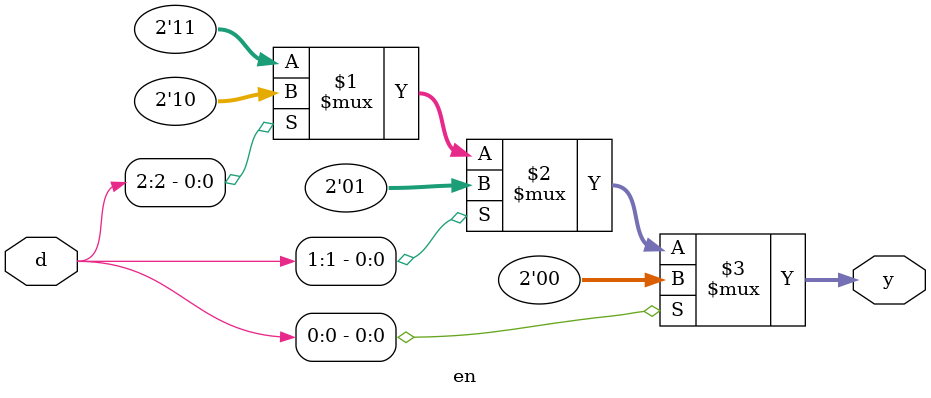
<source format=v>
module en(input [3:0]d, output [1:0]y);
assign y = d[0] ? 2'b00 :
           d[1] ? 2'b01 :
           d[2] ? 2'b10 :
                  2'b11 ;
                  
endmodule

</source>
